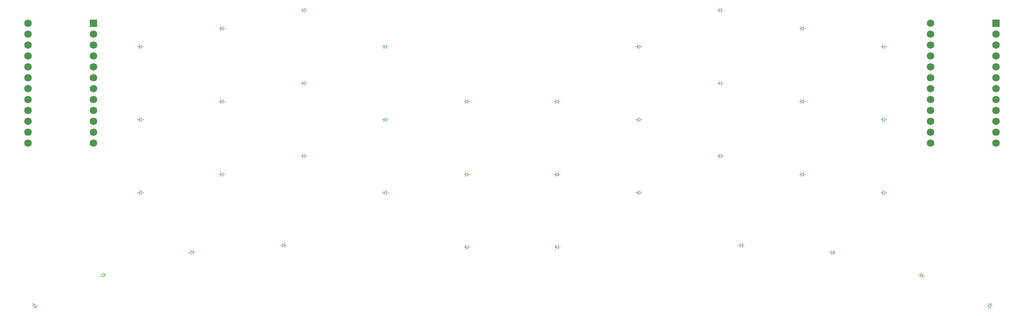
<source format=gbr>
%TF.GenerationSoftware,KiCad,Pcbnew,(6.0.4)*%
%TF.CreationDate,2022-07-04T17:43:03-04:00*%
%TF.ProjectId,glitch,676c6974-6368-42e6-9b69-6361645f7063,v1.0.0*%
%TF.SameCoordinates,Original*%
%TF.FileFunction,Legend,Bot*%
%TF.FilePolarity,Positive*%
%FSLAX46Y46*%
G04 Gerber Fmt 4.6, Leading zero omitted, Abs format (unit mm)*
G04 Created by KiCad (PCBNEW (6.0.4)) date 2022-07-04 17:43:03*
%MOMM*%
%LPD*%
G01*
G04 APERTURE LIST*
%ADD10C,0.100000*%
%ADD11R,1.752600X1.752600*%
%ADD12C,1.752600*%
G04 APERTURE END LIST*
D10*
%TO.C,D1*%
X250000Y-4500000D02*
X750000Y-4500000D01*
X250000Y-4900000D02*
X-350000Y-4500000D01*
X250000Y-4100000D02*
X250000Y-4900000D01*
X-350000Y-4500000D02*
X250000Y-4100000D01*
X-350000Y-4500000D02*
X-350000Y-5050000D01*
X-350000Y-4500000D02*
X-350000Y-3950000D01*
X-750000Y-4500000D02*
X-350000Y-4500000D01*
%TO.C,D2*%
X250000Y12500000D02*
X750000Y12500000D01*
X250000Y12100000D02*
X-350000Y12500000D01*
X250000Y12900000D02*
X250000Y12100000D01*
X-350000Y12500000D02*
X250000Y12900000D01*
X-350000Y12500000D02*
X-350000Y11950000D01*
X-350000Y12500000D02*
X-350000Y13050000D01*
X-750000Y12500000D02*
X-350000Y12500000D01*
%TO.C,D3*%
X250000Y29500000D02*
X750000Y29500000D01*
X250000Y29100000D02*
X-350000Y29500000D01*
X250000Y29900000D02*
X250000Y29100000D01*
X-350000Y29500000D02*
X250000Y29900000D01*
X-350000Y29500000D02*
X-350000Y28950000D01*
X-350000Y29500000D02*
X-350000Y30050000D01*
X-750000Y29500000D02*
X-350000Y29500000D01*
%TO.C,D4*%
X19250000Y8250000D02*
X19750000Y8250000D01*
X19250000Y7850000D02*
X18650000Y8250000D01*
X19250000Y8650000D02*
X19250000Y7850000D01*
X18650000Y8250000D02*
X19250000Y8650000D01*
X18650000Y8250000D02*
X18650000Y7700000D01*
X18650000Y8250000D02*
X18650000Y8800000D01*
X18250000Y8250000D02*
X18650000Y8250000D01*
%TO.C,D5*%
X19250000Y25250000D02*
X19750000Y25250000D01*
X19250000Y24850000D02*
X18650000Y25250000D01*
X19250000Y25650000D02*
X19250000Y24850000D01*
X18650000Y25250000D02*
X19250000Y25650000D01*
X18650000Y25250000D02*
X18650000Y24700000D01*
X18650000Y25250000D02*
X18650000Y25800000D01*
X18250000Y25250000D02*
X18650000Y25250000D01*
%TO.C,D6*%
X19250000Y42250000D02*
X19750000Y42250000D01*
X19250000Y41850000D02*
X18650000Y42250000D01*
X19250000Y42650000D02*
X19250000Y41850000D01*
X18650000Y42250000D02*
X19250000Y42650000D01*
X18650000Y42250000D02*
X18650000Y41700000D01*
X18650000Y42250000D02*
X18650000Y42800000D01*
X18250000Y42250000D02*
X18650000Y42250000D01*
%TO.C,D7*%
X38250000Y16750000D02*
X38750000Y16750000D01*
X38250000Y16350000D02*
X37650000Y16750000D01*
X38250000Y17150000D02*
X38250000Y16350000D01*
X37650000Y16750000D02*
X38250000Y17150000D01*
X37650000Y16750000D02*
X37650000Y16200000D01*
X37650000Y16750000D02*
X37650000Y17300000D01*
X37250000Y16750000D02*
X37650000Y16750000D01*
%TO.C,D8*%
X38250000Y33750000D02*
X38750000Y33750000D01*
X38250000Y33350000D02*
X37650000Y33750000D01*
X38250000Y34150000D02*
X38250000Y33350000D01*
X37650000Y33750000D02*
X38250000Y34150000D01*
X37650000Y33750000D02*
X37650000Y33200000D01*
X37650000Y33750000D02*
X37650000Y34300000D01*
X37250000Y33750000D02*
X37650000Y33750000D01*
%TO.C,D9*%
X38250000Y50750000D02*
X38750000Y50750000D01*
X38250000Y50350000D02*
X37650000Y50750000D01*
X38250000Y51150000D02*
X38250000Y50350000D01*
X37650000Y50750000D02*
X38250000Y51150000D01*
X37650000Y50750000D02*
X37650000Y50200000D01*
X37650000Y50750000D02*
X37650000Y51300000D01*
X37250000Y50750000D02*
X37650000Y50750000D01*
%TO.C,D10*%
X57250000Y12500000D02*
X57750000Y12500000D01*
X57250000Y12100000D02*
X56650000Y12500000D01*
X57250000Y12900000D02*
X57250000Y12100000D01*
X56650000Y12500000D02*
X57250000Y12900000D01*
X56650000Y12500000D02*
X56650000Y11950000D01*
X56650000Y12500000D02*
X56650000Y13050000D01*
X56250000Y12500000D02*
X56650000Y12500000D01*
%TO.C,D11*%
X57250000Y29500000D02*
X57750000Y29500000D01*
X57250000Y29100000D02*
X56650000Y29500000D01*
X57250000Y29900000D02*
X57250000Y29100000D01*
X56650000Y29500000D02*
X57250000Y29900000D01*
X56650000Y29500000D02*
X56650000Y28950000D01*
X56650000Y29500000D02*
X56650000Y30050000D01*
X56250000Y29500000D02*
X56650000Y29500000D01*
%TO.C,D12*%
X57250000Y46500000D02*
X57750000Y46500000D01*
X57250000Y46100000D02*
X56650000Y46500000D01*
X57250000Y46900000D02*
X57250000Y46100000D01*
X56650000Y46500000D02*
X57250000Y46900000D01*
X56650000Y46500000D02*
X56650000Y45950000D01*
X56650000Y46500000D02*
X56650000Y47050000D01*
X56250000Y46500000D02*
X56650000Y46500000D01*
%TO.C,D13*%
X76250000Y8250000D02*
X76750000Y8250000D01*
X76250000Y7850000D02*
X75650000Y8250000D01*
X76250000Y8650000D02*
X76250000Y7850000D01*
X75650000Y8250000D02*
X76250000Y8650000D01*
X75650000Y8250000D02*
X75650000Y7700000D01*
X75650000Y8250000D02*
X75650000Y8800000D01*
X75250000Y8250000D02*
X75650000Y8250000D01*
%TO.C,D14*%
X76250000Y25250000D02*
X76750000Y25250000D01*
X76250000Y24850000D02*
X75650000Y25250000D01*
X76250000Y25650000D02*
X76250000Y24850000D01*
X75650000Y25250000D02*
X76250000Y25650000D01*
X75650000Y25250000D02*
X75650000Y24700000D01*
X75650000Y25250000D02*
X75650000Y25800000D01*
X75250000Y25250000D02*
X75650000Y25250000D01*
%TO.C,D15*%
X76250000Y42250000D02*
X76750000Y42250000D01*
X76250000Y41850000D02*
X75650000Y42250000D01*
X76250000Y42650000D02*
X76250000Y41850000D01*
X75650000Y42250000D02*
X76250000Y42650000D01*
X75650000Y42250000D02*
X75650000Y41700000D01*
X75650000Y42250000D02*
X75650000Y42800000D01*
X75250000Y42250000D02*
X75650000Y42250000D01*
%TO.C,D16*%
X42500000Y-4000000D02*
X42000000Y-4000000D01*
X42500000Y-3600000D02*
X43100000Y-4000000D01*
X42500000Y-4400000D02*
X42500000Y-3600000D01*
X43100000Y-4000000D02*
X42500000Y-4400000D01*
X43100000Y-4000000D02*
X43100000Y-3450000D01*
X43100000Y-4000000D02*
X43100000Y-4550000D01*
X43500000Y-4000000D02*
X43100000Y-4000000D01*
%TO.C,D17*%
X63805738Y-5645289D02*
X63313334Y-5558465D01*
X63875197Y-5251366D02*
X64396623Y-5749478D01*
X63736279Y-6039212D02*
X63875197Y-5251366D01*
X64396623Y-5749478D02*
X63736279Y-6039212D01*
X64396623Y-5749478D02*
X64492129Y-5207834D01*
X64396623Y-5749478D02*
X64301116Y-6291122D01*
X64790546Y-5818937D02*
X64396623Y-5749478D01*
%TO.C,D18*%
X84502094Y-10965285D02*
X84032248Y-10794275D01*
X84638902Y-10589408D02*
X85065909Y-11170497D01*
X84365286Y-11341162D02*
X84638902Y-10589408D01*
X85065909Y-11170497D02*
X84365286Y-11341162D01*
X85065909Y-11170497D02*
X85254020Y-10653666D01*
X85065909Y-11170497D02*
X84877798Y-11687328D01*
X85441786Y-11307305D02*
X85065909Y-11170497D01*
%TO.C,D19*%
X100545255Y-18335292D02*
X100258467Y-18744868D01*
X100217594Y-18105861D02*
X100889401Y-17843801D01*
X100872916Y-18564723D02*
X100217594Y-18105861D01*
X100889401Y-17843801D02*
X100872916Y-18564723D01*
X100889401Y-17843801D02*
X100438867Y-17528334D01*
X100889401Y-17843801D02*
X101339934Y-18159268D01*
X101118831Y-17516140D02*
X100889401Y-17843801D01*
%TO.C,D20*%
X-20750000Y-4500000D02*
X-20250000Y-4500000D01*
X-20750000Y-4900000D02*
X-21350000Y-4500000D01*
X-20750000Y-4100000D02*
X-20750000Y-4900000D01*
X-21350000Y-4500000D02*
X-20750000Y-4100000D01*
X-21350000Y-4500000D02*
X-21350000Y-5050000D01*
X-21350000Y-4500000D02*
X-21350000Y-3950000D01*
X-21750000Y-4500000D02*
X-21350000Y-4500000D01*
%TO.C,D21*%
X-20750000Y12500000D02*
X-20250000Y12500000D01*
X-20750000Y12100000D02*
X-21350000Y12500000D01*
X-20750000Y12900000D02*
X-20750000Y12100000D01*
X-21350000Y12500000D02*
X-20750000Y12900000D01*
X-21350000Y12500000D02*
X-21350000Y11950000D01*
X-21350000Y12500000D02*
X-21350000Y13050000D01*
X-21750000Y12500000D02*
X-21350000Y12500000D01*
%TO.C,D22*%
X-20750000Y29500000D02*
X-20250000Y29500000D01*
X-20750000Y29100000D02*
X-21350000Y29500000D01*
X-20750000Y29900000D02*
X-20750000Y29100000D01*
X-21350000Y29500000D02*
X-20750000Y29900000D01*
X-21350000Y29500000D02*
X-21350000Y28950000D01*
X-21350000Y29500000D02*
X-21350000Y30050000D01*
X-21750000Y29500000D02*
X-21350000Y29500000D01*
%TO.C,D23*%
X-39750000Y8250000D02*
X-39250000Y8250000D01*
X-39750000Y7850000D02*
X-40350000Y8250000D01*
X-39750000Y8650000D02*
X-39750000Y7850000D01*
X-40350000Y8250000D02*
X-39750000Y8650000D01*
X-40350000Y8250000D02*
X-40350000Y7700000D01*
X-40350000Y8250000D02*
X-40350000Y8800000D01*
X-40750000Y8250000D02*
X-40350000Y8250000D01*
%TO.C,D24*%
X-39750000Y25250000D02*
X-39250000Y25250000D01*
X-39750000Y24850000D02*
X-40350000Y25250000D01*
X-39750000Y25650000D02*
X-39750000Y24850000D01*
X-40350000Y25250000D02*
X-39750000Y25650000D01*
X-40350000Y25250000D02*
X-40350000Y24700000D01*
X-40350000Y25250000D02*
X-40350000Y25800000D01*
X-40750000Y25250000D02*
X-40350000Y25250000D01*
%TO.C,D25*%
X-39750000Y42250000D02*
X-39250000Y42250000D01*
X-39750000Y41850000D02*
X-40350000Y42250000D01*
X-39750000Y42650000D02*
X-39750000Y41850000D01*
X-40350000Y42250000D02*
X-39750000Y42650000D01*
X-40350000Y42250000D02*
X-40350000Y41700000D01*
X-40350000Y42250000D02*
X-40350000Y42800000D01*
X-40750000Y42250000D02*
X-40350000Y42250000D01*
%TO.C,D26*%
X-58750000Y16750000D02*
X-58250000Y16750000D01*
X-58750000Y16350000D02*
X-59350000Y16750000D01*
X-58750000Y17150000D02*
X-58750000Y16350000D01*
X-59350000Y16750000D02*
X-58750000Y17150000D01*
X-59350000Y16750000D02*
X-59350000Y16200000D01*
X-59350000Y16750000D02*
X-59350000Y17300000D01*
X-59750000Y16750000D02*
X-59350000Y16750000D01*
%TO.C,D27*%
X-58750000Y33750000D02*
X-58250000Y33750000D01*
X-58750000Y33350000D02*
X-59350000Y33750000D01*
X-58750000Y34150000D02*
X-58750000Y33350000D01*
X-59350000Y33750000D02*
X-58750000Y34150000D01*
X-59350000Y33750000D02*
X-59350000Y33200000D01*
X-59350000Y33750000D02*
X-59350000Y34300000D01*
X-59750000Y33750000D02*
X-59350000Y33750000D01*
%TO.C,D28*%
X-58750000Y50750000D02*
X-58250000Y50750000D01*
X-58750000Y50350000D02*
X-59350000Y50750000D01*
X-58750000Y51150000D02*
X-58750000Y50350000D01*
X-59350000Y50750000D02*
X-58750000Y51150000D01*
X-59350000Y50750000D02*
X-59350000Y50200000D01*
X-59350000Y50750000D02*
X-59350000Y51300000D01*
X-59750000Y50750000D02*
X-59350000Y50750000D01*
%TO.C,D29*%
X-77750000Y12500000D02*
X-77250000Y12500000D01*
X-77750000Y12100000D02*
X-78350000Y12500000D01*
X-77750000Y12900000D02*
X-77750000Y12100000D01*
X-78350000Y12500000D02*
X-77750000Y12900000D01*
X-78350000Y12500000D02*
X-78350000Y11950000D01*
X-78350000Y12500000D02*
X-78350000Y13050000D01*
X-78750000Y12500000D02*
X-78350000Y12500000D01*
%TO.C,D30*%
X-77750000Y29500000D02*
X-77250000Y29500000D01*
X-77750000Y29100000D02*
X-78350000Y29500000D01*
X-77750000Y29900000D02*
X-77750000Y29100000D01*
X-78350000Y29500000D02*
X-77750000Y29900000D01*
X-78350000Y29500000D02*
X-78350000Y28950000D01*
X-78350000Y29500000D02*
X-78350000Y30050000D01*
X-78750000Y29500000D02*
X-78350000Y29500000D01*
%TO.C,D31*%
X-77750000Y46500000D02*
X-77250000Y46500000D01*
X-77750000Y46100000D02*
X-78350000Y46500000D01*
X-77750000Y46900000D02*
X-77750000Y46100000D01*
X-78350000Y46500000D02*
X-77750000Y46900000D01*
X-78350000Y46500000D02*
X-78350000Y45950000D01*
X-78350000Y46500000D02*
X-78350000Y47050000D01*
X-78750000Y46500000D02*
X-78350000Y46500000D01*
%TO.C,D32*%
X-96750000Y8250000D02*
X-96250000Y8250000D01*
X-96750000Y7850000D02*
X-97350000Y8250000D01*
X-96750000Y8650000D02*
X-96750000Y7850000D01*
X-97350000Y8250000D02*
X-96750000Y8650000D01*
X-97350000Y8250000D02*
X-97350000Y7700000D01*
X-97350000Y8250000D02*
X-97350000Y8800000D01*
X-97750000Y8250000D02*
X-97350000Y8250000D01*
%TO.C,D33*%
X-96750000Y25250000D02*
X-96250000Y25250000D01*
X-96750000Y24850000D02*
X-97350000Y25250000D01*
X-96750000Y25650000D02*
X-96750000Y24850000D01*
X-97350000Y25250000D02*
X-96750000Y25650000D01*
X-97350000Y25250000D02*
X-97350000Y24700000D01*
X-97350000Y25250000D02*
X-97350000Y25800000D01*
X-97750000Y25250000D02*
X-97350000Y25250000D01*
%TO.C,D34*%
X-96750000Y42250000D02*
X-96250000Y42250000D01*
X-96750000Y41850000D02*
X-97350000Y42250000D01*
X-96750000Y42650000D02*
X-96750000Y41850000D01*
X-97350000Y42250000D02*
X-96750000Y42650000D01*
X-97350000Y42250000D02*
X-97350000Y41700000D01*
X-97350000Y42250000D02*
X-97350000Y42800000D01*
X-97750000Y42250000D02*
X-97350000Y42250000D01*
%TO.C,D35*%
X-64000000Y-4000000D02*
X-64500000Y-4000000D01*
X-64000000Y-3600000D02*
X-63400000Y-4000000D01*
X-64000000Y-4400000D02*
X-64000000Y-3600000D01*
X-63400000Y-4000000D02*
X-64000000Y-4400000D01*
X-63400000Y-4000000D02*
X-63400000Y-3450000D01*
X-63400000Y-4000000D02*
X-63400000Y-4550000D01*
X-63000000Y-4000000D02*
X-63400000Y-4000000D01*
%TO.C,D36*%
X-85298142Y-5732113D02*
X-85790546Y-5818937D01*
X-85367601Y-5338190D02*
X-84707257Y-5627924D01*
X-85228683Y-6126036D02*
X-85367601Y-5338190D01*
X-84707257Y-5627924D02*
X-85228683Y-6126036D01*
X-84707257Y-5627924D02*
X-84802764Y-5086280D01*
X-84707257Y-5627924D02*
X-84611751Y-6169568D01*
X-84313334Y-5558465D02*
X-84707257Y-5627924D01*
%TO.C,D37*%
X-105971940Y-11136295D02*
X-106441786Y-11307305D01*
X-106108748Y-10760418D02*
X-105408125Y-10931083D01*
X-105835132Y-11512172D02*
X-106108748Y-10760418D01*
X-105408125Y-10931083D02*
X-105835132Y-11512172D01*
X-105408125Y-10931083D02*
X-105596236Y-10414252D01*
X-105408125Y-10931083D02*
X-105220014Y-11447914D01*
X-105032248Y-10794275D02*
X-105408125Y-10931083D01*
%TO.C,D38*%
X-121832043Y-17925716D02*
X-122118831Y-17516140D01*
X-121504382Y-17696285D02*
X-121487897Y-18417207D01*
X-122159704Y-18155147D02*
X-121504382Y-17696285D01*
X-121487897Y-18417207D02*
X-122159704Y-18155147D01*
X-121487897Y-18417207D02*
X-121037364Y-18101740D01*
X-121487897Y-18417207D02*
X-121938431Y-18732674D01*
X-121258467Y-18744868D02*
X-121487897Y-18417207D01*
%TD*%
D11*
%TO.C,MCU1*%
X102120000Y47720000D03*
D12*
X102120000Y45180000D03*
X102120000Y42640000D03*
X102120000Y40100000D03*
X102120000Y37560000D03*
X102120000Y35020000D03*
X102120000Y32480000D03*
X102120000Y29940000D03*
X102120000Y27400000D03*
X102120000Y24860000D03*
X102120000Y22320000D03*
X102120000Y19780000D03*
X86880000Y47720000D03*
X86880000Y45180000D03*
X86880000Y42640000D03*
X86880000Y40100000D03*
X86880000Y37560000D03*
X86880000Y35020000D03*
X86880000Y32480000D03*
X86880000Y29940000D03*
X86880000Y27400000D03*
X86880000Y24860000D03*
X86880000Y22320000D03*
X86880000Y19780000D03*
%TD*%
D11*
%TO.C,MCU2*%
X-107880000Y47720000D03*
D12*
X-107880000Y45180000D03*
X-107880000Y42640000D03*
X-107880000Y40100000D03*
X-107880000Y37560000D03*
X-107880000Y35020000D03*
X-107880000Y32480000D03*
X-107880000Y29940000D03*
X-107880000Y27400000D03*
X-107880000Y24860000D03*
X-107880000Y22320000D03*
X-107880000Y19780000D03*
X-123120000Y47720000D03*
X-123120000Y45180000D03*
X-123120000Y42640000D03*
X-123120000Y40100000D03*
X-123120000Y37560000D03*
X-123120000Y35020000D03*
X-123120000Y32480000D03*
X-123120000Y29940000D03*
X-123120000Y27400000D03*
X-123120000Y24860000D03*
X-123120000Y22320000D03*
X-123120000Y19780000D03*
%TD*%
M02*

</source>
